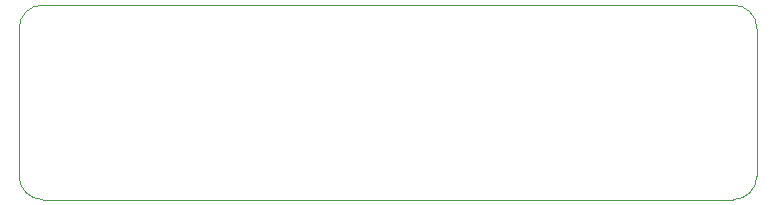
<source format=gbr>
%TF.GenerationSoftware,KiCad,Pcbnew,7.0.7*%
%TF.CreationDate,2023-12-21T12:45:23+01:00*%
%TF.ProjectId,IR range extender v0r1,49522072-616e-4676-9520-657874656e64,rev?*%
%TF.SameCoordinates,Original*%
%TF.FileFunction,Profile,NP*%
%FSLAX46Y46*%
G04 Gerber Fmt 4.6, Leading zero omitted, Abs format (unit mm)*
G04 Created by KiCad (PCBNEW 7.0.7) date 2023-12-21 12:45:23*
%MOMM*%
%LPD*%
G01*
G04 APERTURE LIST*
%TA.AperFunction,Profile*%
%ADD10C,0.100000*%
%TD*%
G04 APERTURE END LIST*
D10*
X121985786Y-91985786D02*
G75*
G03*
X123985786Y-89985786I14J1999986D01*
G01*
X63514214Y-75514214D02*
G75*
G03*
X61514214Y-77514214I-14J-1999986D01*
G01*
X123985786Y-77514214D02*
G75*
G03*
X121985786Y-75514214I-1999986J14D01*
G01*
X61514214Y-89985786D02*
X61514214Y-77514214D01*
X121985786Y-91985786D02*
X63514214Y-91985786D01*
X61514214Y-89985786D02*
G75*
G03*
X63514214Y-91985786I1999986J-14D01*
G01*
X63514214Y-75514214D02*
X121985786Y-75514214D01*
X123985786Y-89985786D02*
X123985786Y-77514214D01*
M02*

</source>
